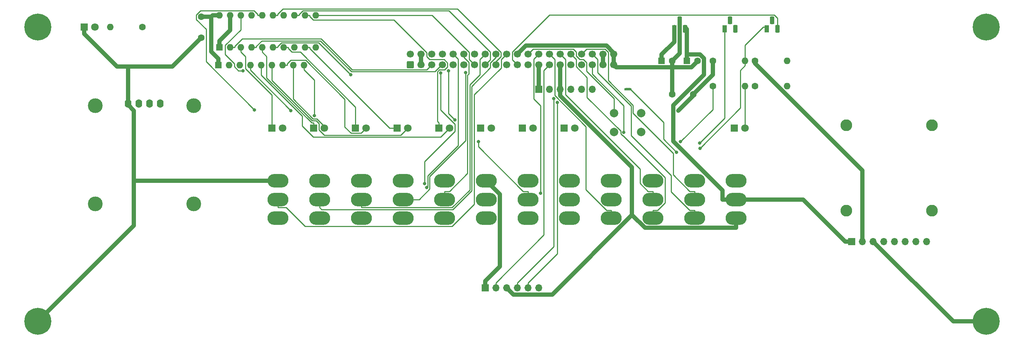
<source format=gbr>
%TF.GenerationSoftware,KiCad,Pcbnew,(6.0.11)*%
%TF.CreationDate,2023-12-17T12:12:52-05:00*%
%TF.ProjectId,front-panel.processor,66726f6e-742d-4706-916e-656c2e70726f,rev?*%
%TF.SameCoordinates,Original*%
%TF.FileFunction,Copper,L2,Bot*%
%TF.FilePolarity,Positive*%
%FSLAX46Y46*%
G04 Gerber Fmt 4.6, Leading zero omitted, Abs format (unit mm)*
G04 Created by KiCad (PCBNEW (6.0.11)) date 2023-12-17 12:12:52*
%MOMM*%
%LPD*%
G01*
G04 APERTURE LIST*
G04 Aperture macros list*
%AMRoundRect*
0 Rectangle with rounded corners*
0 $1 Rounding radius*
0 $2 $3 $4 $5 $6 $7 $8 $9 X,Y pos of 4 corners*
0 Add a 4 corners polygon primitive as box body*
4,1,4,$2,$3,$4,$5,$6,$7,$8,$9,$2,$3,0*
0 Add four circle primitives for the rounded corners*
1,1,$1+$1,$2,$3*
1,1,$1+$1,$4,$5*
1,1,$1+$1,$6,$7*
1,1,$1+$1,$8,$9*
0 Add four rect primitives between the rounded corners*
20,1,$1+$1,$2,$3,$4,$5,0*
20,1,$1+$1,$4,$5,$6,$7,0*
20,1,$1+$1,$6,$7,$8,$9,0*
20,1,$1+$1,$8,$9,$2,$3,0*%
G04 Aperture macros list end*
%TA.AperFunction,ComponentPad*%
%ADD10RoundRect,0.250000X0.600000X-0.600000X0.600000X0.600000X-0.600000X0.600000X-0.600000X-0.600000X0*%
%TD*%
%TA.AperFunction,ComponentPad*%
%ADD11C,1.700000*%
%TD*%
%TA.AperFunction,ComponentPad*%
%ADD12R,1.700000X1.700000*%
%TD*%
%TA.AperFunction,ComponentPad*%
%ADD13O,1.700000X1.700000*%
%TD*%
%TA.AperFunction,ComponentPad*%
%ADD14C,6.400000*%
%TD*%
%TA.AperFunction,ComponentPad*%
%ADD15R,1.800000X1.800000*%
%TD*%
%TA.AperFunction,ComponentPad*%
%ADD16C,1.800000*%
%TD*%
%TA.AperFunction,ComponentPad*%
%ADD17C,1.600000*%
%TD*%
%TA.AperFunction,ComponentPad*%
%ADD18O,1.600000X1.600000*%
%TD*%
%TA.AperFunction,ComponentPad*%
%ADD19C,2.000000*%
%TD*%
%TA.AperFunction,ComponentPad*%
%ADD20R,1.600000X1.600000*%
%TD*%
%TA.AperFunction,ComponentPad*%
%ADD21R,1.100000X1.800000*%
%TD*%
%TA.AperFunction,ComponentPad*%
%ADD22RoundRect,0.275000X-0.275000X-0.625000X0.275000X-0.625000X0.275000X0.625000X-0.275000X0.625000X0*%
%TD*%
%TA.AperFunction,ComponentPad*%
%ADD23O,5.000000X3.200000*%
%TD*%
%TA.AperFunction,ComponentPad*%
%ADD24C,2.794000*%
%TD*%
%TA.AperFunction,ComponentPad*%
%ADD25O,1.600000X2.000000*%
%TD*%
%TA.AperFunction,ComponentPad*%
%ADD26C,3.500000*%
%TD*%
%TA.AperFunction,ComponentPad*%
%ADD27C,0.600000*%
%TD*%
%TA.AperFunction,ViaPad*%
%ADD28C,0.800000*%
%TD*%
%TA.AperFunction,Conductor*%
%ADD29C,0.250000*%
%TD*%
%TA.AperFunction,Conductor*%
%ADD30C,1.000000*%
%TD*%
G04 APERTURE END LIST*
%TO.C,NT1*%
G36*
X180600000Y-170050000D02*
G01*
X179400000Y-170050000D01*
X179400000Y-169450000D01*
X180600000Y-169450000D01*
X180600000Y-170050000D01*
G37*
%TD*%
D10*
%TO.P,J1,1,Pin_1*%
%TO.N,GND*%
X128370000Y-163947500D03*
D11*
%TO.P,J1,2,Pin_2*%
X128370000Y-161407500D03*
%TO.P,J1,3,Pin_3*%
%TO.N,VCC*%
X130910000Y-163947500D03*
%TO.P,J1,4,Pin_4*%
X130910000Y-161407500D03*
%TO.P,J1,5,Pin_5*%
%TO.N,/LED0*%
X133450000Y-163947500D03*
%TO.P,J1,6,Pin_6*%
%TO.N,/FP-D0*%
X133450000Y-161407500D03*
%TO.P,J1,7,Pin_7*%
%TO.N,/LED1*%
X135990000Y-163947500D03*
%TO.P,J1,8,Pin_8*%
%TO.N,/FP-D1*%
X135990000Y-161407500D03*
%TO.P,J1,9,Pin_9*%
%TO.N,/LED2*%
X138530000Y-163947500D03*
%TO.P,J1,10,Pin_10*%
%TO.N,/FP-D2*%
X138530000Y-161407500D03*
%TO.P,J1,11,Pin_11*%
%TO.N,/LED3*%
X141070000Y-163947500D03*
%TO.P,J1,12,Pin_12*%
%TO.N,/FP-D3*%
X141070000Y-161407500D03*
%TO.P,J1,13,Pin_13*%
%TO.N,/LED4*%
X143610000Y-163947500D03*
%TO.P,J1,14,Pin_14*%
%TO.N,/FP-D4*%
X143610000Y-161407500D03*
%TO.P,J1,15,Pin_15*%
%TO.N,/LED5*%
X146150000Y-163947500D03*
%TO.P,J1,16,Pin_16*%
%TO.N,/FP-D5*%
X146150000Y-161407500D03*
%TO.P,J1,17,Pin_17*%
%TO.N,/LED6*%
X148690000Y-163947500D03*
%TO.P,J1,18,Pin_18*%
%TO.N,/FP-D6*%
X148690000Y-161407500D03*
%TO.P,J1,19,Pin_19*%
%TO.N,/LED7*%
X151230000Y-163947500D03*
%TO.P,J1,20,Pin_20*%
%TO.N,/FP-D7*%
X151230000Y-161407500D03*
%TO.P,J1,21,Pin_21*%
%TO.N,I2C_SDA*%
X153770000Y-163947500D03*
%TO.P,J1,22,Pin_22*%
%TO.N,GND*%
X153770000Y-161407500D03*
%TO.P,J1,23,Pin_23*%
%TO.N,I2C_SCL*%
X156310000Y-163947500D03*
%TO.P,J1,24,Pin_24*%
%TO.N,~{EXT_RES}*%
X156310000Y-161407500D03*
%TO.P,J1,25,Pin_25*%
%TO.N,GND*%
X158850000Y-163947500D03*
%TO.P,J1,26,Pin_26*%
%TO.N,~{IM2-EN}*%
X158850000Y-161407500D03*
%TO.P,J1,27,Pin_27*%
%TO.N,~{RTS}*%
X161390000Y-163947500D03*
%TO.P,J1,28,Pin_28*%
%TO.N,~{IM2-EN-OE}*%
X161390000Y-161407500D03*
%TO.P,J1,29,Pin_29*%
%TO.N,/VCC-TS*%
X163930000Y-163947500D03*
%TO.P,J1,30,Pin_30*%
%TO.N,~{INT0-EN}*%
X163930000Y-161407500D03*
%TO.P,J1,31,Pin_31*%
%TO.N,RX*%
X166470000Y-163947500D03*
%TO.P,J1,32,Pin_32*%
%TO.N,~{INT0}*%
X166470000Y-161407500D03*
%TO.P,J1,33,Pin_33*%
%TO.N,TX*%
X169010000Y-163947500D03*
%TO.P,J1,34,Pin_34*%
%TO.N,~{WAIT-EN}*%
X169010000Y-161407500D03*
%TO.P,J1,35,Pin_35*%
%TO.N,~{CTS}*%
X171550000Y-163947500D03*
%TO.P,J1,36,Pin_36*%
%TO.N,~{WAIT}*%
X171550000Y-161407500D03*
%TO.P,J1,37,Pin_37*%
%TO.N,VCC*%
X174090000Y-163947500D03*
%TO.P,J1,38,Pin_38*%
X174090000Y-161407500D03*
%TO.P,J1,39,Pin_39*%
%TO.N,GND*%
X176630000Y-163947500D03*
%TO.P,J1,40,Pin_40*%
X176630000Y-161407500D03*
%TD*%
D12*
%TO.P,J2,1,Pin_1*%
%TO.N,GND*%
X146150000Y-217000000D03*
D13*
%TO.P,J2,2,Pin_2*%
%TO.N,~{RTS}*%
X148690000Y-217000000D03*
%TO.P,J2,3,Pin_3*%
%TO.N,/VCC-TS*%
X151230000Y-217000000D03*
%TO.P,J2,4,Pin_4*%
%TO.N,RX*%
X153770000Y-217000000D03*
%TO.P,J2,5,Pin_5*%
%TO.N,TX*%
X156310000Y-217000000D03*
%TO.P,J2,6,Pin_6*%
%TO.N,~{CTS}*%
X158850000Y-217000000D03*
%TD*%
D14*
%TO.P,H1,1,1*%
%TO.N,GND*%
X40000000Y-155000000D03*
%TD*%
%TO.P,H2,1,1*%
%TO.N,GND*%
X265000000Y-155000000D03*
%TD*%
%TO.P,H3,1,1*%
%TO.N,GND*%
X265000000Y-225000000D03*
%TD*%
%TO.P,H4,1,1*%
%TO.N,GND*%
X40000000Y-225000000D03*
%TD*%
D15*
%TO.P,D5,1,K*%
%TO.N,GND*%
X51000000Y-155000000D03*
D16*
%TO.P,D5,2,A*%
%TO.N,Net-(D5-Pad2)*%
X53540000Y-155000000D03*
%TD*%
D17*
%TO.P,R6,1*%
%TO.N,VCC*%
X64810000Y-155000000D03*
D18*
%TO.P,R6,2*%
%TO.N,Net-(D5-Pad2)*%
X57190000Y-155000000D03*
%TD*%
D17*
%TO.P,R3,1*%
%TO.N,Net-(R3-Pad1)*%
X200190000Y-169000000D03*
D18*
%TO.P,R3,2*%
%TO.N,Net-(D10-Pad2)*%
X207810000Y-169000000D03*
%TD*%
D15*
%TO.P,D4,1,K*%
%TO.N,Net-(D4-Pad1)*%
X135171000Y-179000000D03*
D16*
%TO.P,D4,2,A*%
%TO.N,Net-(D4-Pad2)*%
X137711000Y-179000000D03*
%TD*%
D19*
%TO.P,SW9,1,1*%
%TO.N,~{EXT_RES}*%
X176690000Y-175460000D03*
X183190000Y-175460000D03*
%TO.P,SW9,2,2*%
%TO.N,GND*%
X176690000Y-179960000D03*
X183190000Y-179960000D03*
%TD*%
D17*
%TO.P,R4,1*%
%TO.N,/UPDI-TX*%
X210190000Y-169000000D03*
D18*
%TO.P,R4,2*%
%TO.N,/UPDI*%
X217810000Y-169000000D03*
%TD*%
D15*
%TO.P,D6,1,K*%
%TO.N,Net-(D6-Pad1)*%
X125265100Y-179000000D03*
D16*
%TO.P,D6,2,A*%
%TO.N,Net-(D6-Pad2)*%
X127805100Y-179000000D03*
%TD*%
D15*
%TO.P,D3,1,K*%
%TO.N,Net-(D3-Pad1)*%
X145076900Y-179002300D03*
D16*
%TO.P,D3,2,A*%
%TO.N,Net-(D3-Pad2)*%
X147616900Y-179002300D03*
%TD*%
D20*
%TO.P,U1,1,OEa*%
%TO.N,GND*%
X83075000Y-159800000D03*
D18*
%TO.P,U1,2,I0a*%
%TO.N,/LED0*%
X85615000Y-159800000D03*
%TO.P,U1,3,O3b*%
%TO.N,Net-(D9-Pad1)*%
X88155000Y-159800000D03*
%TO.P,U1,4,I1a*%
%TO.N,/LED1*%
X90695000Y-159800000D03*
%TO.P,U1,5,O2b*%
%TO.N,Net-(D8-Pad1)*%
X93235000Y-159800000D03*
%TO.P,U1,6,I2a*%
%TO.N,/LED2*%
X95775000Y-159800000D03*
%TO.P,U1,7,O1b*%
%TO.N,Net-(D7-Pad1)*%
X98315000Y-159800000D03*
%TO.P,U1,8,I3a*%
%TO.N,/LED3*%
X100855000Y-159800000D03*
%TO.P,U1,9,O0b*%
%TO.N,Net-(D6-Pad1)*%
X103395000Y-159800000D03*
%TO.P,U1,10,GND*%
%TO.N,GND*%
X105935000Y-159800000D03*
%TO.P,U1,11,I0b*%
%TO.N,/LED4*%
X105935000Y-152180000D03*
%TO.P,U1,12,O3a*%
%TO.N,Net-(D4-Pad1)*%
X103395000Y-152180000D03*
%TO.P,U1,13,I1b*%
%TO.N,/LED5*%
X100855000Y-152180000D03*
%TO.P,U1,14,O2a*%
%TO.N,Net-(D3-Pad1)*%
X98315000Y-152180000D03*
%TO.P,U1,15,I2b*%
%TO.N,/LED6*%
X95775000Y-152180000D03*
%TO.P,U1,16,O1a*%
%TO.N,Net-(D2-Pad1)*%
X93235000Y-152180000D03*
%TO.P,U1,17,I3b*%
%TO.N,/LED7*%
X90695000Y-152180000D03*
%TO.P,U1,18,O0a*%
%TO.N,Net-(D1-Pad1)*%
X88155000Y-152180000D03*
%TO.P,U1,19,OEb*%
%TO.N,GND*%
X85615000Y-152180000D03*
%TO.P,U1,20,VCC*%
%TO.N,VCC*%
X83075000Y-152180000D03*
%TD*%
D21*
%TO.P,Q2,1,S*%
%TO.N,Net-(Q2-Pad1)*%
X213000000Y-155400000D03*
D22*
%TO.P,Q2,2,G*%
%TO.N,VDD1*%
X214270000Y-153330000D03*
%TO.P,Q2,3,D*%
%TO.N,I2C_SDA*%
X215540000Y-155400000D03*
%TD*%
D23*
%TO.P,SW8,1,A*%
%TO.N,GND*%
X97000000Y-191550000D03*
%TO.P,SW8,2,B*%
%TO.N,/FP-D7*%
X97000000Y-196000000D03*
%TO.P,SW8,3,C*%
%TO.N,unconnected-(SW8-Pad3)*%
X97000000Y-200450000D03*
%TD*%
%TO.P,SW3,1,A*%
%TO.N,GND*%
X146410200Y-191550000D03*
%TO.P,SW3,2,B*%
%TO.N,/FP-D2*%
X146410200Y-196000000D03*
%TO.P,SW3,3,C*%
%TO.N,unconnected-(SW3-Pad3)*%
X146410200Y-200450000D03*
%TD*%
%TO.P,SW7,1,A*%
%TO.N,GND*%
X106882000Y-191550000D03*
%TO.P,SW7,2,B*%
%TO.N,/FP-D6*%
X106882000Y-196000000D03*
%TO.P,SW7,3,C*%
%TO.N,unconnected-(SW7-Pad3)*%
X106882000Y-200450000D03*
%TD*%
D17*
%TO.P,C1,1*%
%TO.N,GND*%
X78750000Y-157500000D03*
%TO.P,C1,2*%
%TO.N,VCC*%
X78750000Y-152500000D03*
%TD*%
D21*
%TO.P,Q1,1,S*%
%TO.N,Net-(Q1-Pad1)*%
X203000000Y-155400000D03*
D22*
%TO.P,Q1,2,G*%
%TO.N,VDD1*%
X204270000Y-153330000D03*
%TO.P,Q1,3,D*%
%TO.N,I2C_SCL*%
X205540000Y-155400000D03*
%TD*%
D12*
%TO.P,J3,1,Pin_1*%
%TO.N,VCC*%
X233125000Y-206000000D03*
D13*
%TO.P,J3,2,Pin_2*%
%TO.N,VDD1*%
X235665000Y-206000000D03*
%TO.P,J3,3,Pin_3*%
%TO.N,GND*%
X238205000Y-206000000D03*
%TO.P,J3,4,Pin_4*%
%TO.N,/CLK*%
X240745000Y-206000000D03*
%TO.P,J3,5,Pin_5*%
%TO.N,/DO*%
X243285000Y-206000000D03*
%TO.P,J3,6,Pin_6*%
%TO.N,/DI*%
X245825000Y-206000000D03*
%TO.P,J3,7,Pin_7*%
%TO.N,/CS*%
X248365000Y-206000000D03*
%TO.P,J3,8,Pin_8*%
%TO.N,unconnected-(J3-Pad8)*%
X250905000Y-206000000D03*
D24*
%TO.P,J3,9*%
%TO.N,N/C*%
X231855000Y-178314000D03*
%TO.P,J3,10*%
X252175000Y-178314000D03*
%TO.P,J3,11*%
X252175000Y-198634000D03*
%TO.P,J3,12*%
X231855000Y-198634000D03*
%TD*%
D23*
%TO.P,SW1,1,A*%
%TO.N,GND*%
X166174300Y-191550000D03*
%TO.P,SW1,2,B*%
%TO.N,/FP-D0*%
X166174300Y-196000000D03*
%TO.P,SW1,3,C*%
%TO.N,unconnected-(SW1-Pad3)*%
X166174300Y-200450000D03*
%TD*%
%TO.P,SW5,1,A*%
%TO.N,GND*%
X126646100Y-191550000D03*
%TO.P,SW5,2,B*%
%TO.N,/FP-D4*%
X126646100Y-196000000D03*
%TO.P,SW5,3,C*%
%TO.N,unconnected-(SW5-Pad3)*%
X126646100Y-200450000D03*
%TD*%
D15*
%TO.P,D2,1,K*%
%TO.N,Net-(D2-Pad1)*%
X154982800Y-179001800D03*
D16*
%TO.P,D2,2,A*%
%TO.N,Net-(D2-Pad2)*%
X157522800Y-179001800D03*
%TD*%
D17*
%TO.P,C5,1*%
%TO.N,GND*%
X190500000Y-171000000D03*
%TO.P,C5,2*%
%TO.N,VDD1*%
X195500000Y-171000000D03*
%TD*%
D20*
%TO.P,C3,1*%
%TO.N,VCC*%
X194000000Y-163000000D03*
D17*
%TO.P,C3,2*%
%TO.N,GND*%
X196500000Y-163000000D03*
%TD*%
D20*
%TO.P,C4,1*%
%TO.N,VDD1*%
X188000000Y-163000000D03*
D17*
%TO.P,C4,2*%
%TO.N,GND*%
X190500000Y-163000000D03*
%TD*%
D23*
%TO.P,SW10,1,A*%
%TO.N,unconnected-(SW10-Pad1)*%
X176056400Y-191550000D03*
%TO.P,SW10,2,B*%
%TO.N,~{IM2-EN}*%
X176056400Y-196000000D03*
%TO.P,SW10,3,C*%
%TO.N,~{IM2-EN-OE}*%
X176056400Y-200450000D03*
%TD*%
D15*
%TO.P,D7,1,K*%
%TO.N,Net-(D7-Pad1)*%
X115359300Y-179001800D03*
D16*
%TO.P,D7,2,A*%
%TO.N,Net-(D7-Pad2)*%
X117899300Y-179001800D03*
%TD*%
D23*
%TO.P,SW6,1,A*%
%TO.N,GND*%
X116764100Y-191550000D03*
%TO.P,SW6,2,B*%
%TO.N,/FP-D5*%
X116764100Y-196000000D03*
%TO.P,SW6,3,C*%
%TO.N,unconnected-(SW6-Pad3)*%
X116764100Y-200450000D03*
%TD*%
D12*
%TO.P,J4,1,Pin_1*%
%TO.N,GND*%
X158900000Y-169750000D03*
D13*
%TO.P,J4,2,Pin_2*%
%TO.N,unconnected-(J4-Pad2)*%
X161440000Y-169750000D03*
%TO.P,J4,3,Pin_3*%
%TO.N,/VCC-TS*%
X163980000Y-169750000D03*
%TO.P,J4,4,Pin_4*%
%TO.N,/UPDI-RX*%
X166520000Y-169750000D03*
%TO.P,J4,5,Pin_5*%
%TO.N,/UPDI-TX*%
X169060000Y-169750000D03*
%TO.P,J4,6,Pin_6*%
%TO.N,unconnected-(J4-Pad6)*%
X171600000Y-169750000D03*
%TD*%
D23*
%TO.P,SW11,1,A*%
%TO.N,unconnected-(SW11-Pad1)*%
X185938400Y-191550000D03*
%TO.P,SW11,2,B*%
%TO.N,~{INT0-EN}*%
X185938400Y-196000000D03*
%TO.P,SW11,3,C*%
%TO.N,~{INT0}*%
X185938400Y-200450000D03*
%TD*%
D17*
%TO.P,R1,1*%
%TO.N,VDD1*%
X210190000Y-163000000D03*
D18*
%TO.P,R1,2*%
%TO.N,Net-(Q1-Pad1)*%
X217810000Y-163000000D03*
%TD*%
D20*
%TO.P,RN1,1,common*%
%TO.N,VCC*%
X82825000Y-164000000D03*
D18*
%TO.P,RN1,2,R1*%
%TO.N,Net-(D1-Pad2)*%
X85365000Y-164000000D03*
%TO.P,RN1,3,R2*%
%TO.N,Net-(D2-Pad2)*%
X87905000Y-164000000D03*
%TO.P,RN1,4,R3*%
%TO.N,Net-(D3-Pad2)*%
X90445000Y-164000000D03*
%TO.P,RN1,5,R4*%
%TO.N,Net-(D4-Pad2)*%
X92985000Y-164000000D03*
%TO.P,RN1,6,R5*%
%TO.N,Net-(D6-Pad2)*%
X95525000Y-164000000D03*
%TO.P,RN1,7,R6*%
%TO.N,Net-(D7-Pad2)*%
X98065000Y-164000000D03*
%TO.P,RN1,8,R7*%
%TO.N,Net-(D8-Pad2)*%
X100605000Y-164000000D03*
%TO.P,RN1,9,R8*%
%TO.N,Net-(D9-Pad2)*%
X103145000Y-164000000D03*
%TD*%
D15*
%TO.P,D8,1,K*%
%TO.N,Net-(D8-Pad1)*%
X105453400Y-179000000D03*
D16*
%TO.P,D8,2,A*%
%TO.N,Net-(D8-Pad2)*%
X107993400Y-179000000D03*
%TD*%
D15*
%TO.P,D1,1,K*%
%TO.N,Net-(D1-Pad1)*%
X164888600Y-179000000D03*
D16*
%TO.P,D1,2,A*%
%TO.N,Net-(D1-Pad2)*%
X167428600Y-179000000D03*
%TD*%
D15*
%TO.P,D10,1,KA*%
%TO.N,Net-(D10-Pad1)*%
X205270000Y-179000000D03*
D16*
%TO.P,D10,2,AK*%
%TO.N,Net-(D10-Pad2)*%
X207810000Y-179000000D03*
%TD*%
D23*
%TO.P,SW2,1,A*%
%TO.N,GND*%
X156292300Y-191550000D03*
%TO.P,SW2,2,B*%
%TO.N,/FP-D1*%
X156292300Y-196000000D03*
%TO.P,SW2,3,C*%
%TO.N,unconnected-(SW2-Pad3)*%
X156292300Y-200450000D03*
%TD*%
D15*
%TO.P,D9,1,K*%
%TO.N,Net-(D9-Pad1)*%
X95547500Y-179000000D03*
D16*
%TO.P,D9,2,A*%
%TO.N,Net-(D9-Pad2)*%
X98087500Y-179000000D03*
%TD*%
D25*
%TO.P,Brd1,1,GND*%
%TO.N,GND*%
X61380000Y-173198000D03*
%TO.P,Brd1,2,VCC*%
%TO.N,VCC*%
X63920000Y-173198000D03*
%TO.P,Brd1,3,SCL*%
%TO.N,I2C_SCL*%
X66460000Y-173198000D03*
%TO.P,Brd1,4,SDA*%
%TO.N,I2C_SDA*%
X69000000Y-173198000D03*
D26*
%TO.P,Brd1,5*%
%TO.N,N/C*%
X53600000Y-173650000D03*
%TO.P,Brd1,6*%
X77000000Y-173650000D03*
%TO.P,Brd1,7*%
X53600000Y-197000000D03*
%TO.P,Brd1,8*%
X77000000Y-197000000D03*
%TD*%
D23*
%TO.P,SW13,1,A*%
%TO.N,unconnected-(SW13-Pad1)*%
X205702500Y-191550000D03*
%TO.P,SW13,2,B*%
%TO.N,VCC*%
X205702500Y-196000000D03*
%TO.P,SW13,3,C*%
%TO.N,/VCC-TS*%
X205702500Y-200450000D03*
%TD*%
D17*
%TO.P,R2,1*%
%TO.N,VDD1*%
X200190000Y-163000000D03*
D18*
%TO.P,R2,2*%
%TO.N,Net-(Q2-Pad1)*%
X207810000Y-163000000D03*
%TD*%
D27*
%TO.P,NT1,1,1*%
%TO.N,/UPDI-RX*%
X179400000Y-169750000D03*
%TO.P,NT1,2,2*%
%TO.N,/UPDI*%
X180600000Y-169750000D03*
%TD*%
D23*
%TO.P,SW12,1,A*%
%TO.N,unconnected-(SW12-Pad1)*%
X195820500Y-191550000D03*
%TO.P,SW12,2,B*%
%TO.N,~{WAIT-EN}*%
X195820500Y-196000000D03*
%TO.P,SW12,3,C*%
%TO.N,~{WAIT}*%
X195820500Y-200450000D03*
%TD*%
%TO.P,SW4,1,A*%
%TO.N,GND*%
X136528200Y-191550000D03*
%TO.P,SW4,2,B*%
%TO.N,/FP-D3*%
X136528200Y-196000000D03*
%TO.P,SW4,3,C*%
%TO.N,unconnected-(SW4-Pad3)*%
X136528200Y-200450000D03*
%TD*%
D21*
%TO.P,U3,1,VO*%
%TO.N,VDD1*%
X191000000Y-155400000D03*
D22*
%TO.P,U3,2,GND*%
%TO.N,GND*%
X192270000Y-153330000D03*
%TO.P,U3,3,VI*%
%TO.N,VCC*%
X193540000Y-155400000D03*
%TD*%
D28*
%TO.N,/UPDI*%
X191580800Y-184734300D03*
%TO.N,Net-(R3-Pad1)*%
X192509100Y-182252700D03*
%TO.N,Net-(Q2-Pad1)*%
X197091200Y-183810000D03*
%TO.N,Net-(Q1-Pad1)*%
X197062500Y-182540000D03*
%TO.N,VDD1*%
X191978100Y-174859500D03*
%TO.N,~{CTS}*%
X179035900Y-180051600D03*
%TO.N,TX*%
X163278900Y-172903400D03*
%TO.N,RX*%
X162398600Y-172007400D03*
%TO.N,~{IM2-EN}*%
X159254800Y-194504400D03*
%TO.N,/FP-D4*%
X141517200Y-165786000D03*
%TO.N,/FP-D2*%
X132267100Y-193123000D03*
%TO.N,/LED2*%
X114271600Y-166331500D03*
%TO.N,/FP-D1*%
X144532800Y-182197800D03*
X138994200Y-177096800D03*
X137404500Y-165340100D03*
%TO.N,/FP-D0*%
X131742500Y-192232900D03*
X135559900Y-165875700D03*
%TO.N,Net-(D9-Pad2)*%
X105607200Y-176045900D03*
%TO.N,Net-(D3-Pad2)*%
X100039300Y-174819700D03*
%TO.N,Net-(D2-Pad1)*%
X91419200Y-174697800D03*
%TO.N,Net-(D1-Pad1)*%
X88706400Y-165352900D03*
%TD*%
D29*
%TO.N,/UPDI*%
X188465700Y-181619200D02*
X191580800Y-184734300D01*
X188465700Y-177615700D02*
X188465700Y-181619200D01*
X180600000Y-169750000D02*
X188465700Y-177615700D01*
%TO.N,Net-(R3-Pad1)*%
X200190000Y-174571800D02*
X192509100Y-182252700D01*
X200190000Y-169000000D02*
X200190000Y-174571800D01*
%TO.N,Net-(Q2-Pad1)*%
X213000000Y-155000000D02*
X212124700Y-155000000D01*
X207810000Y-159314700D02*
X207810000Y-163000000D01*
X212124700Y-155000000D02*
X207810000Y-159314700D01*
X207810000Y-163000000D02*
X207810000Y-164125300D01*
X206684700Y-174216500D02*
X197091200Y-183810000D01*
X206684700Y-165250600D02*
X206684700Y-174216500D01*
X207810000Y-164125300D02*
X206684700Y-165250600D01*
%TO.N,Net-(Q1-Pad1)*%
X203000000Y-155000000D02*
X203000000Y-156625300D01*
X203000000Y-176602500D02*
X197062500Y-182540000D01*
X203000000Y-156625300D02*
X203000000Y-176602500D01*
%TO.N,Net-(D10-Pad2)*%
X207810000Y-179000000D02*
X207810000Y-169000000D01*
D30*
%TO.N,VDD1*%
X191000000Y-158499700D02*
X188000000Y-161499700D01*
X191000000Y-155000000D02*
X191000000Y-158499700D01*
X188000000Y-163000000D02*
X188000000Y-161499700D01*
X195500000Y-171337600D02*
X191978100Y-174859500D01*
X195500000Y-171000000D02*
X195500000Y-171337600D01*
X200190000Y-166310000D02*
X200190000Y-163000000D01*
X195500000Y-171000000D02*
X200190000Y-166310000D01*
X235665000Y-189070800D02*
X235665000Y-206000000D01*
X210190000Y-163595800D02*
X235665000Y-189070800D01*
X210190000Y-163000000D02*
X210190000Y-163595800D01*
D29*
%TO.N,~{WAIT}*%
X172820000Y-162677500D02*
X171550000Y-161407500D01*
X172820000Y-165799900D02*
X172820000Y-162677500D01*
X180795700Y-173775600D02*
X172820000Y-165799900D01*
X180795700Y-180785500D02*
X180795700Y-173775600D01*
X190297300Y-190287100D02*
X180795700Y-180785500D01*
X190297300Y-194129600D02*
X190297300Y-190287100D01*
X194692400Y-198524700D02*
X190297300Y-194129600D01*
X195820500Y-198524700D02*
X194692400Y-198524700D01*
X195820500Y-200450000D02*
X195820500Y-198524700D01*
%TO.N,~{CTS}*%
X179035900Y-173662400D02*
X179035900Y-180051600D01*
X171550000Y-166176500D02*
X179035900Y-173662400D01*
X171550000Y-163947500D02*
X171550000Y-166176500D01*
%TO.N,~{WAIT-EN}*%
X170203900Y-160213600D02*
X169010000Y-161407500D01*
X174569500Y-160213600D02*
X170203900Y-160213600D01*
X175360000Y-161004100D02*
X174569500Y-160213600D01*
X175360000Y-167666900D02*
X175360000Y-161004100D01*
X181246100Y-173553000D02*
X175360000Y-167666900D01*
X181246100Y-175482000D02*
X181246100Y-173553000D01*
X190747700Y-184983600D02*
X181246100Y-175482000D01*
X190747700Y-190130000D02*
X190747700Y-184983600D01*
X194692400Y-194074700D02*
X190747700Y-190130000D01*
X195820500Y-194074700D02*
X194692400Y-194074700D01*
X195820500Y-196000000D02*
X195820500Y-194074700D01*
%TO.N,TX*%
X156310000Y-217000000D02*
X156310000Y-215824700D01*
X163278900Y-208855800D02*
X163278900Y-172903400D01*
X156310000Y-215824700D02*
X163278900Y-208855800D01*
%TO.N,~{INT0}*%
X185938400Y-200450000D02*
X185938400Y-198524700D01*
X187066500Y-198524700D02*
X185938400Y-198524700D01*
X188792000Y-196799200D02*
X187066500Y-198524700D01*
X188792000Y-190747300D02*
X188792000Y-196799200D01*
X178821600Y-180776900D02*
X188792000Y-190747300D01*
X178735500Y-180776900D02*
X178821600Y-180776900D01*
X178310600Y-180352000D02*
X178735500Y-180776900D01*
X178310600Y-179663100D02*
X178310600Y-180352000D01*
X170330000Y-171682500D02*
X178310600Y-179663100D01*
X170330000Y-166983300D02*
X170330000Y-171682500D01*
X167740000Y-164393300D02*
X170330000Y-166983300D01*
X167740000Y-162677500D02*
X167740000Y-164393300D01*
X166470000Y-161407500D02*
X167740000Y-162677500D01*
%TO.N,RX*%
X153770000Y-217000000D02*
X153770000Y-215824700D01*
X162398600Y-207196100D02*
X162398600Y-172007400D01*
X153770000Y-215824700D02*
X162398600Y-207196100D01*
%TO.N,~{INT0-EN}*%
X165200000Y-162677500D02*
X163930000Y-161407500D01*
X165200000Y-171074000D02*
X165200000Y-162677500D01*
X182886200Y-188760200D02*
X165200000Y-171074000D01*
X182886200Y-192150600D02*
X182886200Y-188760200D01*
X184810300Y-194074700D02*
X182886200Y-192150600D01*
X185938400Y-194074700D02*
X184810300Y-194074700D01*
X185938400Y-196000000D02*
X185938400Y-194074700D01*
D30*
%TO.N,/VCC-TS*%
X163930000Y-168149700D02*
X163930000Y-163947500D01*
X163980000Y-168199700D02*
X163930000Y-168149700D01*
X163980000Y-169750000D02*
X163980000Y-168199700D01*
X205702500Y-200450000D02*
X205702500Y-202750300D01*
X163980000Y-169750000D02*
X163980000Y-171300300D01*
X184056500Y-202750300D02*
X180997400Y-199691200D01*
X205702500Y-202750300D02*
X184056500Y-202750300D01*
X180997400Y-188317700D02*
X180997400Y-199691200D01*
X163980000Y-171300300D02*
X180997400Y-188317700D01*
X152820300Y-218590300D02*
X151230000Y-217000000D01*
X162098300Y-218590300D02*
X152820300Y-218590300D01*
X180997400Y-199691200D02*
X162098300Y-218590300D01*
D29*
%TO.N,~{IM2-EN-OE}*%
X162660000Y-162677500D02*
X161390000Y-161407500D01*
X162660000Y-171240100D02*
X162660000Y-162677500D01*
X170078200Y-178658300D02*
X162660000Y-171240100D01*
X170078200Y-193674600D02*
X170078200Y-178658300D01*
X174928300Y-198524700D02*
X170078200Y-193674600D01*
X176056400Y-198524700D02*
X174928300Y-198524700D01*
X176056400Y-200450000D02*
X176056400Y-198524700D01*
%TO.N,~{RTS}*%
X160075400Y-165262100D02*
X161390000Y-163947500D01*
X160075400Y-204439300D02*
X160075400Y-165262100D01*
X148690000Y-215824700D02*
X160075400Y-204439300D01*
X148690000Y-217000000D02*
X148690000Y-215824700D01*
%TO.N,~{IM2-EN}*%
X157659400Y-162598100D02*
X158850000Y-161407500D01*
X157659400Y-172099700D02*
X157659400Y-162598100D01*
X159254800Y-173695100D02*
X157659400Y-172099700D01*
X159254800Y-194504400D02*
X159254800Y-173695100D01*
%TO.N,~{EXT_RES}*%
X176690000Y-171953400D02*
X176690000Y-175460000D01*
X170185400Y-165448800D02*
X176690000Y-171953400D01*
X170185400Y-163421900D02*
X170185400Y-165448800D01*
X169441000Y-162677500D02*
X170185400Y-163421900D01*
X168613600Y-162677500D02*
X169441000Y-162677500D01*
X167740000Y-161803900D02*
X168613600Y-162677500D01*
X167740000Y-160919700D02*
X167740000Y-161803900D01*
X167033900Y-160213600D02*
X167740000Y-160919700D01*
X157503900Y-160213600D02*
X167033900Y-160213600D01*
X156310000Y-161407500D02*
X157503900Y-160213600D01*
%TO.N,I2C_SDA*%
X215540000Y-152840800D02*
X215540000Y-155000000D01*
X214770100Y-152070900D02*
X215540000Y-152840800D01*
X161423700Y-152070900D02*
X214770100Y-152070900D01*
X152568600Y-160926000D02*
X161423700Y-152070900D01*
X152568600Y-162746100D02*
X152568600Y-160926000D01*
X153770000Y-163947500D02*
X152568600Y-162746100D01*
%TO.N,/FP-D7*%
X149960000Y-162677500D02*
X151230000Y-161407500D01*
X149960000Y-164686400D02*
X149960000Y-162677500D01*
X143560600Y-171085800D02*
X149960000Y-164686400D01*
X143560600Y-197087600D02*
X143560600Y-171085800D01*
X138252800Y-202395400D02*
X143560600Y-197087600D01*
X103395400Y-202395400D02*
X138252800Y-202395400D01*
X98925300Y-197925300D02*
X103395400Y-202395400D01*
X97000000Y-197925300D02*
X98925300Y-197925300D01*
X97000000Y-196000000D02*
X97000000Y-197925300D01*
%TO.N,/FP-D6*%
X106882000Y-196000000D02*
X106882000Y-197925300D01*
X148690000Y-162164800D02*
X148690000Y-161407500D01*
X147359200Y-163495600D02*
X148690000Y-162164800D01*
X147359200Y-164631900D02*
X147359200Y-163495600D01*
X142929500Y-169061600D02*
X147359200Y-164631900D01*
X142929500Y-193902600D02*
X142929500Y-169061600D01*
X138456500Y-198375600D02*
X142929500Y-193902600D01*
X107332300Y-198375600D02*
X138456500Y-198375600D01*
X106882000Y-197925300D02*
X107332300Y-198375600D01*
%TO.N,/LED6*%
X148690000Y-163190200D02*
X148690000Y-163947500D01*
X149894700Y-161985500D02*
X148690000Y-163190200D01*
X149894700Y-160944900D02*
X149894700Y-161985500D01*
X139554200Y-150604400D02*
X149894700Y-160944900D01*
X98194600Y-150604400D02*
X139554200Y-150604400D01*
X96900300Y-151898700D02*
X98194600Y-150604400D01*
X96900300Y-152180000D02*
X96900300Y-151898700D01*
X95775000Y-152180000D02*
X96900300Y-152180000D01*
%TO.N,/FP-D5*%
X116764100Y-196000000D02*
X116764100Y-197925300D01*
X144880000Y-162677500D02*
X146150000Y-161407500D01*
X144880000Y-166269200D02*
X144880000Y-162677500D01*
X142479200Y-168670000D02*
X144880000Y-166269200D01*
X142479200Y-193716000D02*
X142479200Y-168670000D01*
X138269900Y-197925300D02*
X142479200Y-193716000D01*
X116764100Y-197925300D02*
X138269900Y-197925300D01*
%TO.N,/LED5*%
X100855000Y-152180000D02*
X101980300Y-152180000D01*
X101980300Y-152003200D02*
X101980300Y-152180000D01*
X102928800Y-151054700D02*
X101980300Y-152003200D01*
X137507900Y-151054700D02*
X102928800Y-151054700D01*
X147363700Y-160910500D02*
X137507900Y-151054700D01*
X147363700Y-162733800D02*
X147363700Y-160910500D01*
X146150000Y-163947500D02*
X147363700Y-162733800D01*
%TO.N,/FP-D4*%
X129471400Y-195999900D02*
X129471400Y-196000000D01*
X130497400Y-195999900D02*
X129471400Y-195999900D01*
X132992600Y-193504700D02*
X130497400Y-195999900D01*
X132992600Y-190516300D02*
X132992600Y-193504700D01*
X141517200Y-181991700D02*
X132992600Y-190516300D01*
X141517200Y-165786000D02*
X141517200Y-181991700D01*
X126646100Y-196000000D02*
X129471400Y-196000000D01*
%TO.N,/LED4*%
X142340000Y-162677500D02*
X143610000Y-163947500D01*
X142340000Y-160997500D02*
X142340000Y-162677500D01*
X133522500Y-152180000D02*
X142340000Y-160997500D01*
X105935000Y-152180000D02*
X133522500Y-152180000D01*
%TO.N,/FP-D3*%
X141070000Y-162164800D02*
X141070000Y-161407500D01*
X142246900Y-163341700D02*
X141070000Y-162164800D01*
X142246900Y-166125200D02*
X142246900Y-163341700D01*
X141967600Y-166404500D02*
X142246900Y-166125200D01*
X141967600Y-189763400D02*
X141967600Y-166404500D01*
X137656300Y-194074700D02*
X141967600Y-189763400D01*
X136528200Y-194074700D02*
X137656300Y-194074700D01*
X136528200Y-196000000D02*
X136528200Y-194074700D01*
%TO.N,/FP-D2*%
X132542200Y-192847900D02*
X132267100Y-193123000D01*
X132542200Y-190329800D02*
X132542200Y-192847900D01*
X139719700Y-183152300D02*
X132542200Y-190329800D01*
X139719700Y-162597200D02*
X139719700Y-183152300D01*
X138530000Y-161407500D02*
X139719700Y-162597200D01*
%TO.N,/LED2*%
X106610000Y-158669900D02*
X114271600Y-166331500D01*
X97824700Y-158669900D02*
X106610000Y-158669900D01*
X96900300Y-159594300D02*
X97824700Y-158669900D01*
X96900300Y-159800000D02*
X96900300Y-159594300D01*
X95775000Y-159800000D02*
X96900300Y-159800000D01*
%TO.N,/FP-D1*%
X156292300Y-196000000D02*
X156292300Y-194074700D01*
X144532800Y-183443300D02*
X144532800Y-182197800D01*
X155164200Y-194074700D02*
X144532800Y-183443300D01*
X156292300Y-194074700D02*
X155164200Y-194074700D01*
X137404500Y-175507100D02*
X137404500Y-165340100D01*
X138994200Y-177096800D02*
X137404500Y-175507100D01*
%TO.N,/LED1*%
X90695000Y-159800000D02*
X91820300Y-159800000D01*
X91820300Y-159518600D02*
X91820300Y-159800000D01*
X93119300Y-158219600D02*
X91820300Y-159518600D01*
X107021900Y-158219600D02*
X93119300Y-158219600D01*
X114386400Y-165584100D02*
X107021900Y-158219600D01*
X134188900Y-165584100D02*
X114386400Y-165584100D01*
X135825500Y-163947500D02*
X134188900Y-165584100D01*
X135990000Y-163947500D02*
X135825500Y-163947500D01*
%TO.N,/FP-D0*%
X135559900Y-174688200D02*
X135559900Y-165875700D01*
X138955100Y-178083400D02*
X135559900Y-174688200D01*
X138955100Y-179754000D02*
X138955100Y-178083400D01*
X131742500Y-186966600D02*
X138955100Y-179754000D01*
X131742500Y-192232900D02*
X131742500Y-186966600D01*
%TO.N,/LED0*%
X85615000Y-159800000D02*
X86740300Y-159800000D01*
X86740300Y-159518700D02*
X86740300Y-159800000D01*
X88489700Y-157769300D02*
X86740300Y-159518700D01*
X107208500Y-157769300D02*
X88489700Y-157769300D01*
X114572900Y-165133700D02*
X107208500Y-157769300D01*
X132263800Y-165133700D02*
X114572900Y-165133700D01*
X133450000Y-163947500D02*
X132263800Y-165133700D01*
%TO.N,Net-(D9-Pad2)*%
X103145000Y-164000000D02*
X103145000Y-165125300D01*
X105607200Y-167587500D02*
X103145000Y-165125300D01*
X105607200Y-176045900D02*
X105607200Y-167587500D01*
%TO.N,Net-(D9-Pad1)*%
X95547500Y-179000000D02*
X95547500Y-177774700D01*
X88155000Y-159800000D02*
X88155000Y-160925300D01*
X89229500Y-161999800D02*
X88155000Y-160925300D01*
X89229500Y-164845300D02*
X89229500Y-161999800D01*
X95547500Y-171163300D02*
X89229500Y-164845300D01*
X95547500Y-177774700D02*
X95547500Y-171163300D01*
%TO.N,Net-(D8-Pad2)*%
X100605000Y-164000000D02*
X100605000Y-165125300D01*
X100605000Y-172096700D02*
X100605000Y-165125300D01*
X105293100Y-176784800D02*
X100605000Y-172096700D01*
X106190200Y-176784800D02*
X105293100Y-176784800D01*
X107993400Y-178588000D02*
X106190200Y-176784800D01*
X107993400Y-179000000D02*
X107993400Y-178588000D01*
%TO.N,Net-(D8-Pad1)*%
X105453400Y-179000000D02*
X105453400Y-177774700D01*
X93235000Y-159800000D02*
X93235000Y-160925300D01*
X94255000Y-161945300D02*
X93235000Y-160925300D01*
X94255000Y-167039700D02*
X94255000Y-161945300D01*
X104990000Y-177774700D02*
X94255000Y-167039700D01*
X105453400Y-177774700D02*
X104990000Y-177774700D01*
%TO.N,Net-(D7-Pad2)*%
X98065000Y-164000000D02*
X99190300Y-164000000D01*
X116673900Y-180227200D02*
X117899300Y-179001800D01*
X114297000Y-180227200D02*
X116673900Y-180227200D01*
X112843900Y-178774100D02*
X114297000Y-180227200D01*
X112843900Y-172107200D02*
X112843900Y-178774100D01*
X103609200Y-162872500D02*
X112843900Y-172107200D01*
X100036500Y-162872500D02*
X103609200Y-162872500D01*
X99190300Y-163718700D02*
X100036500Y-162872500D01*
X99190300Y-164000000D02*
X99190300Y-163718700D01*
%TO.N,Net-(D7-Pad1)*%
X99440300Y-160081400D02*
X99440300Y-159800000D01*
X100284200Y-160925300D02*
X99440300Y-160081400D01*
X102315200Y-160925300D02*
X100284200Y-160925300D01*
X115359300Y-173969400D02*
X102315200Y-160925300D01*
X115359300Y-179001800D02*
X115359300Y-173969400D01*
X98315000Y-159800000D02*
X99440300Y-159800000D01*
%TO.N,Net-(D6-Pad2)*%
X95525000Y-164000000D02*
X95525000Y-165125300D01*
X95525000Y-167655000D02*
X95525000Y-165125300D01*
X105127300Y-177257300D02*
X95525000Y-167655000D01*
X106012100Y-177257300D02*
X105127300Y-177257300D01*
X106678800Y-177924000D02*
X106012100Y-177257300D01*
X106678800Y-179434300D02*
X106678800Y-177924000D01*
X107938800Y-180694300D02*
X106678800Y-179434300D01*
X126110800Y-180694300D02*
X107938800Y-180694300D01*
X127805100Y-179000000D02*
X126110800Y-180694300D01*
%TO.N,Net-(D6-Pad1)*%
X103395000Y-159800000D02*
X104520300Y-159800000D01*
X123464200Y-179000000D02*
X125265100Y-179000000D01*
X104520300Y-160056100D02*
X123464200Y-179000000D01*
X104520300Y-159800000D02*
X104520300Y-160056100D01*
%TO.N,Net-(D4-Pad2)*%
X135550300Y-181160700D02*
X137711000Y-179000000D01*
X105350100Y-181160700D02*
X135550300Y-181160700D01*
X102699400Y-178510000D02*
X105350100Y-181160700D01*
X102699400Y-176121000D02*
X102699400Y-178510000D01*
X92985000Y-166406600D02*
X102699400Y-176121000D01*
X92985000Y-164000000D02*
X92985000Y-166406600D01*
%TO.N,Net-(D4-Pad1)*%
X134822200Y-177425900D02*
X135171000Y-177774700D01*
X134822200Y-165587700D02*
X134822200Y-177425900D01*
X135259500Y-165150400D02*
X134822200Y-165587700D01*
X136513700Y-165150400D02*
X135259500Y-165150400D01*
X137195000Y-164469100D02*
X136513700Y-165150400D01*
X137195000Y-163487700D02*
X137195000Y-164469100D01*
X136384800Y-162677500D02*
X137195000Y-163487700D01*
X132977100Y-162677500D02*
X136384800Y-162677500D01*
X132274600Y-161975000D02*
X132977100Y-162677500D01*
X132274600Y-161071600D02*
X132274600Y-161975000D01*
X124508300Y-153305300D02*
X132274600Y-161071600D01*
X105364200Y-153305300D02*
X124508300Y-153305300D01*
X104520300Y-152461400D02*
X105364200Y-153305300D01*
X104520300Y-152180000D02*
X104520300Y-152461400D01*
X103395000Y-152180000D02*
X104520300Y-152180000D01*
X135171000Y-179000000D02*
X135171000Y-177774700D01*
%TO.N,Net-(D3-Pad2)*%
X90445000Y-165225400D02*
X100039300Y-174819700D01*
X90445000Y-164000000D02*
X90445000Y-165225400D01*
%TO.N,Net-(D2-Pad1)*%
X93235000Y-152180000D02*
X92109700Y-152180000D01*
X79927100Y-163205700D02*
X91419200Y-174697800D01*
X79927100Y-155477200D02*
X79927100Y-163205700D01*
X77590300Y-153140400D02*
X79927100Y-155477200D01*
X77590300Y-152066800D02*
X77590300Y-153140400D01*
X78610300Y-151046800D02*
X77590300Y-152066800D01*
X91257800Y-151046800D02*
X78610300Y-151046800D01*
X92109700Y-151898700D02*
X91257800Y-151046800D01*
X92109700Y-152180000D02*
X92109700Y-151898700D01*
%TO.N,Net-(D1-Pad1)*%
X88155000Y-155627900D02*
X88155000Y-152180000D01*
X84468900Y-159314000D02*
X88155000Y-155627900D01*
X84468900Y-161508500D02*
X84468900Y-159314000D01*
X86635000Y-163674600D02*
X84468900Y-161508500D01*
X86635000Y-164380400D02*
X86635000Y-163674600D01*
X87607500Y-165352900D02*
X86635000Y-164380400D01*
X88706400Y-165352900D02*
X87607500Y-165352900D01*
D30*
%TO.N,VCC*%
X233125000Y-206000000D02*
X231574700Y-206000000D01*
X174090000Y-161407500D02*
X174090000Y-163947500D01*
X130910000Y-161407500D02*
X130910000Y-163947500D01*
X194000000Y-163000000D02*
X194000000Y-161499700D01*
X221574700Y-196000000D02*
X205702500Y-196000000D01*
X231574700Y-206000000D02*
X221574700Y-196000000D01*
X194000000Y-155460000D02*
X193540000Y-155000000D01*
X194000000Y-161499700D02*
X194000000Y-155460000D01*
X205702500Y-196000000D02*
X202502200Y-196000000D01*
X202502200Y-193832100D02*
X202502200Y-196000000D01*
X190776300Y-182106200D02*
X202502200Y-193832100D01*
X190776300Y-173601800D02*
X190776300Y-182106200D01*
X198041700Y-166336400D02*
X190776300Y-173601800D01*
X198041700Y-162402300D02*
X198041700Y-166336400D01*
X197139100Y-161499700D02*
X198041700Y-162402300D01*
X194000000Y-161499700D02*
X197139100Y-161499700D01*
X82825000Y-164000000D02*
X82825000Y-162499700D01*
X81163600Y-152500000D02*
X78750000Y-152500000D01*
X81483600Y-152180000D02*
X81163600Y-152500000D01*
X83075000Y-152180000D02*
X81483600Y-152180000D01*
X81163600Y-160838300D02*
X82825000Y-162499700D01*
X81163600Y-152500000D02*
X81163600Y-160838300D01*
%TO.N,GND*%
X51000000Y-155000000D02*
X51000000Y-156600300D01*
X158900000Y-169750000D02*
X158900000Y-168199700D01*
X85615000Y-155759700D02*
X83075000Y-158299700D01*
X85615000Y-152180000D02*
X85615000Y-155759700D01*
X83075000Y-159800000D02*
X83075000Y-158299700D01*
X158850000Y-168149700D02*
X158900000Y-168199700D01*
X158850000Y-163947500D02*
X158850000Y-168149700D01*
X149655300Y-211944400D02*
X146150000Y-215449700D01*
X149655300Y-194795100D02*
X149655300Y-211944400D01*
X146410200Y-191550000D02*
X149655300Y-194795100D01*
X146150000Y-217000000D02*
X146150000Y-215449700D01*
X97000000Y-191550000D02*
X62805000Y-191550000D01*
X62805000Y-174825000D02*
X62805000Y-191550000D01*
X61380000Y-173400000D02*
X62805000Y-174825000D01*
X62805000Y-202195000D02*
X40000000Y-225000000D01*
X62805000Y-191550000D02*
X62805000Y-202195000D01*
X61380000Y-164363600D02*
X61380000Y-173400000D01*
X58763300Y-164363600D02*
X61380000Y-164363600D01*
X51000000Y-156600300D02*
X58763300Y-164363600D01*
X71886400Y-164363600D02*
X78750000Y-157500000D01*
X61380000Y-164363600D02*
X71886400Y-164363600D01*
X257205000Y-225000000D02*
X265000000Y-225000000D01*
X238205000Y-206000000D02*
X257205000Y-225000000D01*
X192270000Y-161230000D02*
X190500000Y-163000000D01*
X192270000Y-153730000D02*
X192270000Y-161230000D01*
X196500000Y-163099400D02*
X196500000Y-163000000D01*
X195072500Y-164526900D02*
X196500000Y-163099400D01*
X190500000Y-164526900D02*
X195072500Y-164526900D01*
X190500000Y-163000000D02*
X190500000Y-164526900D01*
X190500000Y-164526900D02*
X190500000Y-171000000D01*
X177209400Y-164526900D02*
X176630000Y-163947500D01*
X190500000Y-164526900D02*
X177209400Y-164526900D01*
X176630000Y-163947500D02*
X176630000Y-161407500D01*
X155789300Y-159388200D02*
X153770000Y-161407500D01*
X174911400Y-159388200D02*
X155789300Y-159388200D01*
X176630000Y-161106800D02*
X174911400Y-159388200D01*
X176630000Y-161407500D02*
X176630000Y-161106800D01*
%TD*%
M02*

</source>
